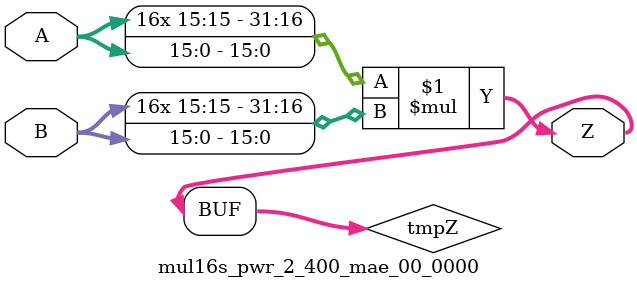
<source format=v>
/***
* This code is a part of EvoApproxLib library (ehw.fit.vutbr.cz/approxlib) distributed under The MIT License.
* When used, please cite the following article(s): V. Mrazek, Z. Vasicek, L. Sekanina, H. Jiang and J. Han, "Scalable Construction of Approximate Multipliers With Formally Guaranteed Worst Case Error" in IEEE Transactions on Very Large Scale Integration (VLSI) Systems, vol. 26, no. 11, pp. 2572-2576, Nov. 2018. doi: 10.1109/TVLSI.2018.2856362 
* This file contains a circuit from a sub-set of pareto optimal circuits with respect to the pwr and mae parameters
***/

//Behavioral model of 16-bit Signed Truncated Multiplier
//Truncated bits: 0

module mul16s_pwr_2_400_mae_00_0000(
	A, 
	B,
	Z
);

input signed [16-1:0] A;
input signed [16-1:0] B;
output signed [2*16-1:0] Z;

wire signed [2*(16-0)-1:0] tmpZ;
assign tmpZ = $signed(A[16-1:0]) * $signed(B[16-1:0]);
assign Z = $signed(tmpZ);
endmodule


// internal reference: truncation-tm.16.mul16s_pwr_2_400_mae_00_0000


</source>
